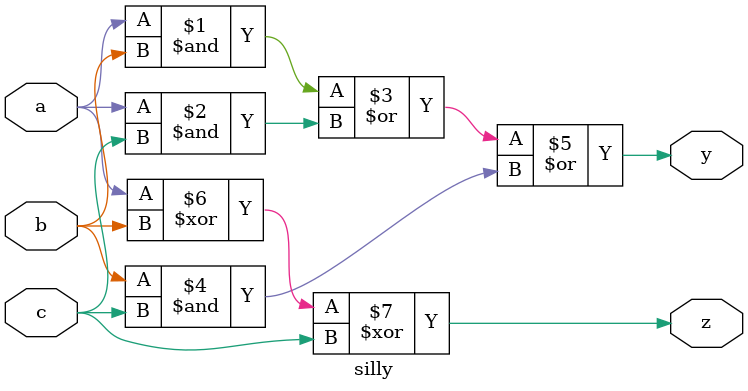
<source format=sv>
module silly (input  logic a, b, c, output logic y, z);
   
  assign y = a & b | a & c | b & c;
  assign z = (a ^ b) ^ c;

  
endmodule

</source>
